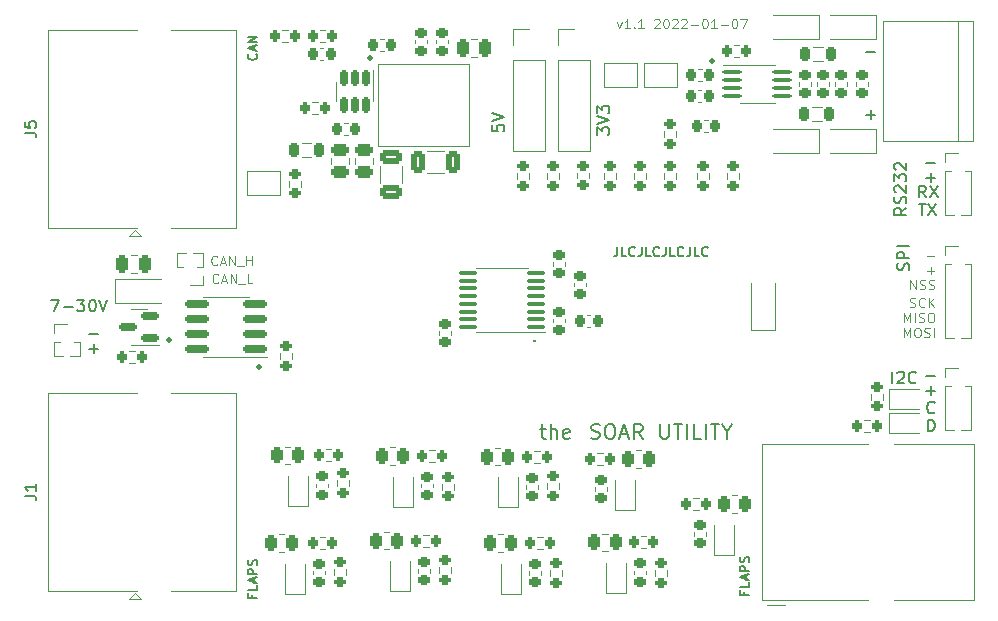
<source format=gto>
G04 #@! TF.GenerationSoftware,KiCad,Pcbnew,(6.0.0)*
G04 #@! TF.CreationDate,2022-01-07T11:58:26+01:00*
G04 #@! TF.ProjectId,soar_audio,736f6172-5f61-4756-9469-6f2e6b696361,v1.1*
G04 #@! TF.SameCoordinates,Original*
G04 #@! TF.FileFunction,Legend,Top*
G04 #@! TF.FilePolarity,Positive*
%FSLAX46Y46*%
G04 Gerber Fmt 4.6, Leading zero omitted, Abs format (unit mm)*
G04 Created by KiCad (PCBNEW (6.0.0)) date 2022-01-07 11:58:26*
%MOMM*%
%LPD*%
G01*
G04 APERTURE LIST*
G04 Aperture macros list*
%AMRoundRect*
0 Rectangle with rounded corners*
0 $1 Rounding radius*
0 $2 $3 $4 $5 $6 $7 $8 $9 X,Y pos of 4 corners*
0 Add a 4 corners polygon primitive as box body*
4,1,4,$2,$3,$4,$5,$6,$7,$8,$9,$2,$3,0*
0 Add four circle primitives for the rounded corners*
1,1,$1+$1,$2,$3*
1,1,$1+$1,$4,$5*
1,1,$1+$1,$6,$7*
1,1,$1+$1,$8,$9*
0 Add four rect primitives between the rounded corners*
20,1,$1+$1,$2,$3,$4,$5,0*
20,1,$1+$1,$4,$5,$6,$7,0*
20,1,$1+$1,$6,$7,$8,$9,0*
20,1,$1+$1,$8,$9,$2,$3,0*%
G04 Aperture macros list end*
%ADD10C,0.120000*%
%ADD11C,0.150000*%
%ADD12C,0.200000*%
%ADD13C,0.300000*%
%ADD14C,0.100000*%
%ADD15R,1.950000X3.000000*%
%ADD16R,1.500000X1.500000*%
%ADD17C,1.500000*%
%ADD18C,3.250000*%
%ADD19C,2.300000*%
%ADD20RoundRect,0.250000X-0.650000X0.325000X-0.650000X-0.325000X0.650000X-0.325000X0.650000X0.325000X0*%
%ADD21RoundRect,0.200000X-0.200000X-0.275000X0.200000X-0.275000X0.200000X0.275000X-0.200000X0.275000X0*%
%ADD22RoundRect,0.250000X-0.325000X-0.650000X0.325000X-0.650000X0.325000X0.650000X-0.325000X0.650000X0*%
%ADD23RoundRect,0.225000X0.225000X0.250000X-0.225000X0.250000X-0.225000X-0.250000X0.225000X-0.250000X0*%
%ADD24R,1.000000X1.000000*%
%ADD25O,1.000000X1.000000*%
%ADD26RoundRect,0.100000X0.675000X0.100000X-0.675000X0.100000X-0.675000X-0.100000X0.675000X-0.100000X0*%
%ADD27R,3.000000X3.000000*%
%ADD28R,1.000000X1.500000*%
%ADD29RoundRect,0.225000X0.250000X-0.225000X0.250000X0.225000X-0.250000X0.225000X-0.250000X-0.225000X0*%
%ADD30R,0.900000X1.200000*%
%ADD31RoundRect,0.225000X-0.250000X0.225000X-0.250000X-0.225000X0.250000X-0.225000X0.250000X0.225000X0*%
%ADD32RoundRect,0.200000X-0.275000X0.200000X-0.275000X-0.200000X0.275000X-0.200000X0.275000X0.200000X0*%
%ADD33RoundRect,0.150000X0.825000X0.150000X-0.825000X0.150000X-0.825000X-0.150000X0.825000X-0.150000X0*%
%ADD34RoundRect,0.250000X0.262500X0.450000X-0.262500X0.450000X-0.262500X-0.450000X0.262500X-0.450000X0*%
%ADD35R,0.450000X0.600000*%
%ADD36R,1.700000X1.700000*%
%ADD37O,1.700000X1.700000*%
%ADD38RoundRect,0.250000X-0.250000X-0.475000X0.250000X-0.475000X0.250000X0.475000X-0.250000X0.475000X0*%
%ADD39RoundRect,0.250000X-0.475000X0.250000X-0.475000X-0.250000X0.475000X-0.250000X0.475000X0.250000X0*%
%ADD40RoundRect,0.250000X-0.262500X-0.450000X0.262500X-0.450000X0.262500X0.450000X-0.262500X0.450000X0*%
%ADD41RoundRect,0.200000X0.275000X-0.200000X0.275000X0.200000X-0.275000X0.200000X-0.275000X-0.200000X0*%
%ADD42RoundRect,0.225000X-0.225000X-0.250000X0.225000X-0.250000X0.225000X0.250000X-0.225000X0.250000X0*%
%ADD43C,3.000000*%
%ADD44C,1.524000*%
%ADD45RoundRect,0.100000X-0.712500X-0.100000X0.712500X-0.100000X0.712500X0.100000X-0.712500X0.100000X0*%
%ADD46R,0.600000X0.450000*%
%ADD47RoundRect,0.218750X-0.218750X-0.381250X0.218750X-0.381250X0.218750X0.381250X-0.218750X0.381250X0*%
%ADD48RoundRect,0.200000X0.200000X0.275000X-0.200000X0.275000X-0.200000X-0.275000X0.200000X-0.275000X0*%
%ADD49RoundRect,0.250000X0.250000X0.475000X-0.250000X0.475000X-0.250000X-0.475000X0.250000X-0.475000X0*%
%ADD50RoundRect,0.150000X-0.150000X0.512500X-0.150000X-0.512500X0.150000X-0.512500X0.150000X0.512500X0*%
%ADD51RoundRect,0.150000X0.587500X0.150000X-0.587500X0.150000X-0.587500X-0.150000X0.587500X-0.150000X0*%
%ADD52R,1.200000X0.900000*%
%ADD53R,1.520000X1.520000*%
%ADD54C,1.520000*%
G04 APERTURE END LIST*
D10*
X116109904Y-88677714D02*
X116071809Y-88715809D01*
X115957523Y-88753904D01*
X115881333Y-88753904D01*
X115767047Y-88715809D01*
X115690857Y-88639619D01*
X115652761Y-88563428D01*
X115614666Y-88411047D01*
X115614666Y-88296761D01*
X115652761Y-88144380D01*
X115690857Y-88068190D01*
X115767047Y-87992000D01*
X115881333Y-87953904D01*
X115957523Y-87953904D01*
X116071809Y-87992000D01*
X116109904Y-88030095D01*
X116414666Y-88525333D02*
X116795619Y-88525333D01*
X116338476Y-88753904D02*
X116605142Y-87953904D01*
X116871809Y-88753904D01*
X117138476Y-88753904D02*
X117138476Y-87953904D01*
X117595619Y-88753904D01*
X117595619Y-87953904D01*
X117786095Y-88830095D02*
X118395619Y-88830095D01*
X118586095Y-88753904D02*
X118586095Y-87953904D01*
X118586095Y-88334857D02*
X119043238Y-88334857D01*
X119043238Y-88753904D02*
X119043238Y-87953904D01*
X174256857Y-93579904D02*
X174256857Y-92779904D01*
X174523523Y-93351333D01*
X174790190Y-92779904D01*
X174790190Y-93579904D01*
X175171142Y-93579904D02*
X175171142Y-92779904D01*
X175514000Y-93541809D02*
X175628285Y-93579904D01*
X175818761Y-93579904D01*
X175894952Y-93541809D01*
X175933047Y-93503714D01*
X175971142Y-93427523D01*
X175971142Y-93351333D01*
X175933047Y-93275142D01*
X175894952Y-93237047D01*
X175818761Y-93198952D01*
X175666380Y-93160857D01*
X175590190Y-93122761D01*
X175552095Y-93084666D01*
X175514000Y-93008476D01*
X175514000Y-92932285D01*
X175552095Y-92856095D01*
X175590190Y-92818000D01*
X175666380Y-92779904D01*
X175856857Y-92779904D01*
X175971142Y-92818000D01*
X176466380Y-92779904D02*
X176618761Y-92779904D01*
X176694952Y-92818000D01*
X176771142Y-92894190D01*
X176809238Y-93046571D01*
X176809238Y-93313238D01*
X176771142Y-93465619D01*
X176694952Y-93541809D01*
X176618761Y-93579904D01*
X176466380Y-93579904D01*
X176390190Y-93541809D01*
X176314000Y-93465619D01*
X176275904Y-93313238D01*
X176275904Y-93046571D01*
X176314000Y-92894190D01*
X176390190Y-92818000D01*
X176466380Y-92779904D01*
D11*
X171069047Y-76017428D02*
X171830952Y-76017428D01*
X171450000Y-76398380D02*
X171450000Y-75636476D01*
X176149047Y-98115428D02*
X176910952Y-98115428D01*
D12*
X147777142Y-103375952D02*
X147955714Y-103435476D01*
X148253333Y-103435476D01*
X148372380Y-103375952D01*
X148431904Y-103316428D01*
X148491428Y-103197380D01*
X148491428Y-103078333D01*
X148431904Y-102959285D01*
X148372380Y-102899761D01*
X148253333Y-102840238D01*
X148015238Y-102780714D01*
X147896190Y-102721190D01*
X147836666Y-102661666D01*
X147777142Y-102542619D01*
X147777142Y-102423571D01*
X147836666Y-102304523D01*
X147896190Y-102245000D01*
X148015238Y-102185476D01*
X148312857Y-102185476D01*
X148491428Y-102245000D01*
X149265238Y-102185476D02*
X149503333Y-102185476D01*
X149622380Y-102245000D01*
X149741428Y-102364047D01*
X149800952Y-102602142D01*
X149800952Y-103018809D01*
X149741428Y-103256904D01*
X149622380Y-103375952D01*
X149503333Y-103435476D01*
X149265238Y-103435476D01*
X149146190Y-103375952D01*
X149027142Y-103256904D01*
X148967619Y-103018809D01*
X148967619Y-102602142D01*
X149027142Y-102364047D01*
X149146190Y-102245000D01*
X149265238Y-102185476D01*
X150277142Y-103078333D02*
X150872380Y-103078333D01*
X150158095Y-103435476D02*
X150574761Y-102185476D01*
X150991428Y-103435476D01*
X152122380Y-103435476D02*
X151705714Y-102840238D01*
X151408095Y-103435476D02*
X151408095Y-102185476D01*
X151884285Y-102185476D01*
X152003333Y-102245000D01*
X152062857Y-102304523D01*
X152122380Y-102423571D01*
X152122380Y-102602142D01*
X152062857Y-102721190D01*
X152003333Y-102780714D01*
X151884285Y-102840238D01*
X151408095Y-102840238D01*
X153610476Y-102185476D02*
X153610476Y-103197380D01*
X153670000Y-103316428D01*
X153729523Y-103375952D01*
X153848571Y-103435476D01*
X154086666Y-103435476D01*
X154205714Y-103375952D01*
X154265238Y-103316428D01*
X154324761Y-103197380D01*
X154324761Y-102185476D01*
X154741428Y-102185476D02*
X155455714Y-102185476D01*
X155098571Y-103435476D02*
X155098571Y-102185476D01*
X155872380Y-103435476D02*
X155872380Y-102185476D01*
X157062857Y-103435476D02*
X156467619Y-103435476D01*
X156467619Y-102185476D01*
X157479523Y-103435476D02*
X157479523Y-102185476D01*
X157896190Y-102185476D02*
X158610476Y-102185476D01*
X158253333Y-103435476D02*
X158253333Y-102185476D01*
X159265238Y-102840238D02*
X159265238Y-103435476D01*
X158848571Y-102185476D02*
X159265238Y-102840238D01*
X159681904Y-102185476D01*
D11*
X176268095Y-102814380D02*
X176268095Y-101814380D01*
X176506190Y-101814380D01*
X176649047Y-101862000D01*
X176744285Y-101957238D01*
X176791904Y-102052476D01*
X176839523Y-102242952D01*
X176839523Y-102385809D01*
X176791904Y-102576285D01*
X176744285Y-102671523D01*
X176649047Y-102766761D01*
X176506190Y-102814380D01*
X176268095Y-102814380D01*
D13*
X129032000Y-71147714D02*
X129103428Y-71219142D01*
X129032000Y-71290571D01*
X128960571Y-71219142D01*
X129032000Y-71147714D01*
X129032000Y-71290571D01*
D12*
X143440714Y-102602142D02*
X143916904Y-102602142D01*
X143619285Y-102185476D02*
X143619285Y-103256904D01*
X143678809Y-103375952D01*
X143797857Y-103435476D01*
X143916904Y-103435476D01*
X144333571Y-103435476D02*
X144333571Y-102185476D01*
X144869285Y-103435476D02*
X144869285Y-102780714D01*
X144809761Y-102661666D01*
X144690714Y-102602142D01*
X144512142Y-102602142D01*
X144393095Y-102661666D01*
X144333571Y-102721190D01*
X145940714Y-103375952D02*
X145821666Y-103435476D01*
X145583571Y-103435476D01*
X145464523Y-103375952D01*
X145405000Y-103256904D01*
X145405000Y-102780714D01*
X145464523Y-102661666D01*
X145583571Y-102602142D01*
X145821666Y-102602142D01*
X145940714Y-102661666D01*
X146000238Y-102780714D01*
X146000238Y-102899761D01*
X145405000Y-103018809D01*
D11*
X171069047Y-70683428D02*
X171830952Y-70683428D01*
X119068857Y-116649333D02*
X119068857Y-116916000D01*
X119487904Y-116916000D02*
X118687904Y-116916000D01*
X118687904Y-116535047D01*
X119487904Y-115849333D02*
X119487904Y-116230285D01*
X118687904Y-116230285D01*
X119259333Y-115620761D02*
X119259333Y-115239809D01*
X119487904Y-115696952D02*
X118687904Y-115430285D01*
X119487904Y-115163619D01*
X119487904Y-114896952D02*
X118687904Y-114896952D01*
X118687904Y-114592190D01*
X118726000Y-114516000D01*
X118764095Y-114477904D01*
X118840285Y-114439809D01*
X118954571Y-114439809D01*
X119030761Y-114477904D01*
X119068857Y-114516000D01*
X119106952Y-114592190D01*
X119106952Y-114896952D01*
X119449809Y-114135047D02*
X119487904Y-114020761D01*
X119487904Y-113830285D01*
X119449809Y-113754095D01*
X119411714Y-113716000D01*
X119335523Y-113677904D01*
X119259333Y-113677904D01*
X119183142Y-113716000D01*
X119145047Y-113754095D01*
X119106952Y-113830285D01*
X119068857Y-113982666D01*
X119030761Y-114058857D01*
X118992666Y-114096952D01*
X118916476Y-114135047D01*
X118840285Y-114135047D01*
X118764095Y-114096952D01*
X118726000Y-114058857D01*
X118687904Y-113982666D01*
X118687904Y-113792190D01*
X118726000Y-113677904D01*
X119411714Y-70872285D02*
X119449809Y-70910380D01*
X119487904Y-71024666D01*
X119487904Y-71100857D01*
X119449809Y-71215142D01*
X119373619Y-71291333D01*
X119297428Y-71329428D01*
X119145047Y-71367523D01*
X119030761Y-71367523D01*
X118878380Y-71329428D01*
X118802190Y-71291333D01*
X118726000Y-71215142D01*
X118687904Y-71100857D01*
X118687904Y-71024666D01*
X118726000Y-70910380D01*
X118764095Y-70872285D01*
X119259333Y-70567523D02*
X119259333Y-70186571D01*
X119487904Y-70643714D02*
X118687904Y-70377047D01*
X119487904Y-70110380D01*
X119487904Y-69843714D02*
X118687904Y-69843714D01*
X119487904Y-69386571D01*
X118687904Y-69386571D01*
X176149047Y-99385428D02*
X176910952Y-99385428D01*
X176530000Y-99766380D02*
X176530000Y-99004476D01*
D12*
X149974761Y-87191904D02*
X149974761Y-87763333D01*
X149936666Y-87877619D01*
X149860476Y-87953809D01*
X149746190Y-87991904D01*
X149670000Y-87991904D01*
X150736666Y-87991904D02*
X150355714Y-87991904D01*
X150355714Y-87191904D01*
X151460476Y-87915714D02*
X151422380Y-87953809D01*
X151308095Y-87991904D01*
X151231904Y-87991904D01*
X151117619Y-87953809D01*
X151041428Y-87877619D01*
X151003333Y-87801428D01*
X150965238Y-87649047D01*
X150965238Y-87534761D01*
X151003333Y-87382380D01*
X151041428Y-87306190D01*
X151117619Y-87230000D01*
X151231904Y-87191904D01*
X151308095Y-87191904D01*
X151422380Y-87230000D01*
X151460476Y-87268095D01*
X152031904Y-87191904D02*
X152031904Y-87763333D01*
X151993809Y-87877619D01*
X151917619Y-87953809D01*
X151803333Y-87991904D01*
X151727142Y-87991904D01*
X152793809Y-87991904D02*
X152412857Y-87991904D01*
X152412857Y-87191904D01*
X153517619Y-87915714D02*
X153479523Y-87953809D01*
X153365238Y-87991904D01*
X153289047Y-87991904D01*
X153174761Y-87953809D01*
X153098571Y-87877619D01*
X153060476Y-87801428D01*
X153022380Y-87649047D01*
X153022380Y-87534761D01*
X153060476Y-87382380D01*
X153098571Y-87306190D01*
X153174761Y-87230000D01*
X153289047Y-87191904D01*
X153365238Y-87191904D01*
X153479523Y-87230000D01*
X153517619Y-87268095D01*
X154089047Y-87191904D02*
X154089047Y-87763333D01*
X154050952Y-87877619D01*
X153974761Y-87953809D01*
X153860476Y-87991904D01*
X153784285Y-87991904D01*
X154850952Y-87991904D02*
X154470000Y-87991904D01*
X154470000Y-87191904D01*
X155574761Y-87915714D02*
X155536666Y-87953809D01*
X155422380Y-87991904D01*
X155346190Y-87991904D01*
X155231904Y-87953809D01*
X155155714Y-87877619D01*
X155117619Y-87801428D01*
X155079523Y-87649047D01*
X155079523Y-87534761D01*
X155117619Y-87382380D01*
X155155714Y-87306190D01*
X155231904Y-87230000D01*
X155346190Y-87191904D01*
X155422380Y-87191904D01*
X155536666Y-87230000D01*
X155574761Y-87268095D01*
X156146190Y-87191904D02*
X156146190Y-87763333D01*
X156108095Y-87877619D01*
X156031904Y-87953809D01*
X155917619Y-87991904D01*
X155841428Y-87991904D01*
X156908095Y-87991904D02*
X156527142Y-87991904D01*
X156527142Y-87191904D01*
X157631904Y-87915714D02*
X157593809Y-87953809D01*
X157479523Y-87991904D01*
X157403333Y-87991904D01*
X157289047Y-87953809D01*
X157212857Y-87877619D01*
X157174761Y-87801428D01*
X157136666Y-87649047D01*
X157136666Y-87534761D01*
X157174761Y-87382380D01*
X157212857Y-87306190D01*
X157289047Y-87230000D01*
X157403333Y-87191904D01*
X157479523Y-87191904D01*
X157593809Y-87230000D01*
X157631904Y-87268095D01*
D11*
X160724857Y-116395333D02*
X160724857Y-116662000D01*
X161143904Y-116662000D02*
X160343904Y-116662000D01*
X160343904Y-116281047D01*
X161143904Y-115595333D02*
X161143904Y-115976285D01*
X160343904Y-115976285D01*
X160915333Y-115366761D02*
X160915333Y-114985809D01*
X161143904Y-115442952D02*
X160343904Y-115176285D01*
X161143904Y-114909619D01*
X161143904Y-114642952D02*
X160343904Y-114642952D01*
X160343904Y-114338190D01*
X160382000Y-114262000D01*
X160420095Y-114223904D01*
X160496285Y-114185809D01*
X160610571Y-114185809D01*
X160686761Y-114223904D01*
X160724857Y-114262000D01*
X160762952Y-114338190D01*
X160762952Y-114642952D01*
X161105809Y-113881047D02*
X161143904Y-113766761D01*
X161143904Y-113576285D01*
X161105809Y-113500095D01*
X161067714Y-113462000D01*
X160991523Y-113423904D01*
X160915333Y-113423904D01*
X160839142Y-113462000D01*
X160801047Y-113500095D01*
X160762952Y-113576285D01*
X160724857Y-113728666D01*
X160686761Y-113804857D01*
X160648666Y-113842952D01*
X160572476Y-113881047D01*
X160496285Y-113881047D01*
X160420095Y-113842952D01*
X160382000Y-113804857D01*
X160343904Y-113728666D01*
X160343904Y-113538190D01*
X160382000Y-113423904D01*
X176149047Y-80081428D02*
X176910952Y-80081428D01*
D10*
X174777523Y-90785904D02*
X174777523Y-89985904D01*
X175234666Y-90785904D01*
X175234666Y-89985904D01*
X175577523Y-90747809D02*
X175691809Y-90785904D01*
X175882285Y-90785904D01*
X175958476Y-90747809D01*
X175996571Y-90709714D01*
X176034666Y-90633523D01*
X176034666Y-90557333D01*
X175996571Y-90481142D01*
X175958476Y-90443047D01*
X175882285Y-90404952D01*
X175729904Y-90366857D01*
X175653714Y-90328761D01*
X175615619Y-90290666D01*
X175577523Y-90214476D01*
X175577523Y-90138285D01*
X175615619Y-90062095D01*
X175653714Y-90024000D01*
X175729904Y-89985904D01*
X175920380Y-89985904D01*
X176034666Y-90024000D01*
X176339428Y-90747809D02*
X176453714Y-90785904D01*
X176644190Y-90785904D01*
X176720380Y-90747809D01*
X176758476Y-90709714D01*
X176796571Y-90633523D01*
X176796571Y-90557333D01*
X176758476Y-90481142D01*
X176720380Y-90443047D01*
X176644190Y-90404952D01*
X176491809Y-90366857D01*
X176415619Y-90328761D01*
X176377523Y-90290666D01*
X176339428Y-90214476D01*
X176339428Y-90138285D01*
X176377523Y-90062095D01*
X176415619Y-90024000D01*
X176491809Y-89985904D01*
X176682285Y-89985904D01*
X176796571Y-90024000D01*
X174739428Y-92271809D02*
X174853714Y-92309904D01*
X175044190Y-92309904D01*
X175120380Y-92271809D01*
X175158476Y-92233714D01*
X175196571Y-92157523D01*
X175196571Y-92081333D01*
X175158476Y-92005142D01*
X175120380Y-91967047D01*
X175044190Y-91928952D01*
X174891809Y-91890857D01*
X174815619Y-91852761D01*
X174777523Y-91814666D01*
X174739428Y-91738476D01*
X174739428Y-91662285D01*
X174777523Y-91586095D01*
X174815619Y-91548000D01*
X174891809Y-91509904D01*
X175082285Y-91509904D01*
X175196571Y-91548000D01*
X175996571Y-92233714D02*
X175958476Y-92271809D01*
X175844190Y-92309904D01*
X175768000Y-92309904D01*
X175653714Y-92271809D01*
X175577523Y-92195619D01*
X175539428Y-92119428D01*
X175501333Y-91967047D01*
X175501333Y-91852761D01*
X175539428Y-91700380D01*
X175577523Y-91624190D01*
X175653714Y-91548000D01*
X175768000Y-91509904D01*
X175844190Y-91509904D01*
X175958476Y-91548000D01*
X175996571Y-91586095D01*
X176339428Y-92309904D02*
X176339428Y-91509904D01*
X176796571Y-92309904D02*
X176453714Y-91852761D01*
X176796571Y-91509904D02*
X176339428Y-91967047D01*
D11*
X105283047Y-94559428D02*
X106044952Y-94559428D01*
D10*
X116205142Y-90201714D02*
X116167047Y-90239809D01*
X116052761Y-90277904D01*
X115976571Y-90277904D01*
X115862285Y-90239809D01*
X115786095Y-90163619D01*
X115748000Y-90087428D01*
X115709904Y-89935047D01*
X115709904Y-89820761D01*
X115748000Y-89668380D01*
X115786095Y-89592190D01*
X115862285Y-89516000D01*
X115976571Y-89477904D01*
X116052761Y-89477904D01*
X116167047Y-89516000D01*
X116205142Y-89554095D01*
X116509904Y-90049333D02*
X116890857Y-90049333D01*
X116433714Y-90277904D02*
X116700380Y-89477904D01*
X116967047Y-90277904D01*
X117233714Y-90277904D02*
X117233714Y-89477904D01*
X117690857Y-90277904D01*
X117690857Y-89477904D01*
X117881333Y-90354095D02*
X118490857Y-90354095D01*
X119062285Y-90277904D02*
X118681333Y-90277904D01*
X118681333Y-89477904D01*
D11*
X176839523Y-101195142D02*
X176791904Y-101242761D01*
X176649047Y-101290380D01*
X176553809Y-101290380D01*
X176410952Y-101242761D01*
X176315714Y-101147523D01*
X176268095Y-101052285D01*
X176220476Y-100861809D01*
X176220476Y-100718952D01*
X176268095Y-100528476D01*
X176315714Y-100433238D01*
X176410952Y-100338000D01*
X176553809Y-100290380D01*
X176649047Y-100290380D01*
X176791904Y-100338000D01*
X176839523Y-100385619D01*
D10*
X174256857Y-94849904D02*
X174256857Y-94049904D01*
X174523523Y-94621333D01*
X174790190Y-94049904D01*
X174790190Y-94849904D01*
X175323523Y-94049904D02*
X175475904Y-94049904D01*
X175552095Y-94088000D01*
X175628285Y-94164190D01*
X175666380Y-94316571D01*
X175666380Y-94583238D01*
X175628285Y-94735619D01*
X175552095Y-94811809D01*
X175475904Y-94849904D01*
X175323523Y-94849904D01*
X175247333Y-94811809D01*
X175171142Y-94735619D01*
X175133047Y-94583238D01*
X175133047Y-94316571D01*
X175171142Y-94164190D01*
X175247333Y-94088000D01*
X175323523Y-94049904D01*
X175971142Y-94811809D02*
X176085428Y-94849904D01*
X176275904Y-94849904D01*
X176352095Y-94811809D01*
X176390190Y-94773714D01*
X176428285Y-94697523D01*
X176428285Y-94621333D01*
X176390190Y-94545142D01*
X176352095Y-94507047D01*
X176275904Y-94468952D01*
X176123523Y-94430857D01*
X176047333Y-94392761D01*
X176009238Y-94354666D01*
X175971142Y-94278476D01*
X175971142Y-94202285D01*
X176009238Y-94126095D01*
X176047333Y-94088000D01*
X176123523Y-94049904D01*
X176314000Y-94049904D01*
X176428285Y-94088000D01*
X176771142Y-94849904D02*
X176771142Y-94049904D01*
D11*
X148296380Y-77692095D02*
X148296380Y-77073047D01*
X148677333Y-77406380D01*
X148677333Y-77263523D01*
X148724952Y-77168285D01*
X148772571Y-77120666D01*
X148867809Y-77073047D01*
X149105904Y-77073047D01*
X149201142Y-77120666D01*
X149248761Y-77168285D01*
X149296380Y-77263523D01*
X149296380Y-77549238D01*
X149248761Y-77644476D01*
X149201142Y-77692095D01*
X148296380Y-76787333D02*
X149296380Y-76454000D01*
X148296380Y-76120666D01*
X148296380Y-75882571D02*
X148296380Y-75263523D01*
X148677333Y-75596857D01*
X148677333Y-75454000D01*
X148724952Y-75358761D01*
X148772571Y-75311142D01*
X148867809Y-75263523D01*
X149105904Y-75263523D01*
X149201142Y-75311142D01*
X149248761Y-75358761D01*
X149296380Y-75454000D01*
X149296380Y-75739714D01*
X149248761Y-75834952D01*
X149201142Y-75882571D01*
D13*
X157988000Y-71401714D02*
X158059428Y-71473142D01*
X157988000Y-71544571D01*
X157916571Y-71473142D01*
X157988000Y-71401714D01*
X157988000Y-71544571D01*
D11*
X174442380Y-83891238D02*
X173966190Y-84224571D01*
X174442380Y-84462666D02*
X173442380Y-84462666D01*
X173442380Y-84081714D01*
X173490000Y-83986476D01*
X173537619Y-83938857D01*
X173632857Y-83891238D01*
X173775714Y-83891238D01*
X173870952Y-83938857D01*
X173918571Y-83986476D01*
X173966190Y-84081714D01*
X173966190Y-84462666D01*
X174394761Y-83510285D02*
X174442380Y-83367428D01*
X174442380Y-83129333D01*
X174394761Y-83034095D01*
X174347142Y-82986476D01*
X174251904Y-82938857D01*
X174156666Y-82938857D01*
X174061428Y-82986476D01*
X174013809Y-83034095D01*
X173966190Y-83129333D01*
X173918571Y-83319809D01*
X173870952Y-83415047D01*
X173823333Y-83462666D01*
X173728095Y-83510285D01*
X173632857Y-83510285D01*
X173537619Y-83462666D01*
X173490000Y-83415047D01*
X173442380Y-83319809D01*
X173442380Y-83081714D01*
X173490000Y-82938857D01*
X173537619Y-82557904D02*
X173490000Y-82510285D01*
X173442380Y-82415047D01*
X173442380Y-82176952D01*
X173490000Y-82081714D01*
X173537619Y-82034095D01*
X173632857Y-81986476D01*
X173728095Y-81986476D01*
X173870952Y-82034095D01*
X174442380Y-82605523D01*
X174442380Y-81986476D01*
X173442380Y-81653142D02*
X173442380Y-81034095D01*
X173823333Y-81367428D01*
X173823333Y-81224571D01*
X173870952Y-81129333D01*
X173918571Y-81081714D01*
X174013809Y-81034095D01*
X174251904Y-81034095D01*
X174347142Y-81081714D01*
X174394761Y-81129333D01*
X174442380Y-81224571D01*
X174442380Y-81510285D01*
X174394761Y-81605523D01*
X174347142Y-81653142D01*
X173537619Y-80653142D02*
X173490000Y-80605523D01*
X173442380Y-80510285D01*
X173442380Y-80272190D01*
X173490000Y-80176952D01*
X173537619Y-80129333D01*
X173632857Y-80081714D01*
X173728095Y-80081714D01*
X173870952Y-80129333D01*
X174442380Y-80700761D01*
X174442380Y-80081714D01*
X105283047Y-95829428D02*
X106044952Y-95829428D01*
X105664000Y-96210380D02*
X105664000Y-95448476D01*
D10*
X176225238Y-89211142D02*
X176834761Y-89211142D01*
X176530000Y-89515904D02*
X176530000Y-88906380D01*
X176225238Y-87941142D02*
X176834761Y-87941142D01*
D11*
X102060666Y-91654380D02*
X102727333Y-91654380D01*
X102298761Y-92654380D01*
X103108285Y-92273428D02*
X103870190Y-92273428D01*
X104251142Y-91654380D02*
X104870190Y-91654380D01*
X104536857Y-92035333D01*
X104679714Y-92035333D01*
X104774952Y-92082952D01*
X104822571Y-92130571D01*
X104870190Y-92225809D01*
X104870190Y-92463904D01*
X104822571Y-92559142D01*
X104774952Y-92606761D01*
X104679714Y-92654380D01*
X104394000Y-92654380D01*
X104298761Y-92606761D01*
X104251142Y-92559142D01*
X105489238Y-91654380D02*
X105584476Y-91654380D01*
X105679714Y-91702000D01*
X105727333Y-91749619D01*
X105774952Y-91844857D01*
X105822571Y-92035333D01*
X105822571Y-92273428D01*
X105774952Y-92463904D01*
X105727333Y-92559142D01*
X105679714Y-92606761D01*
X105584476Y-92654380D01*
X105489238Y-92654380D01*
X105394000Y-92606761D01*
X105346380Y-92559142D01*
X105298761Y-92463904D01*
X105251142Y-92273428D01*
X105251142Y-92035333D01*
X105298761Y-91844857D01*
X105346380Y-91749619D01*
X105394000Y-91702000D01*
X105489238Y-91654380D01*
X106108285Y-91654380D02*
X106441619Y-92654380D01*
X106774952Y-91654380D01*
X173267809Y-98750380D02*
X173267809Y-97750380D01*
X173696380Y-97845619D02*
X173744000Y-97798000D01*
X173839238Y-97750380D01*
X174077333Y-97750380D01*
X174172571Y-97798000D01*
X174220190Y-97845619D01*
X174267809Y-97940857D01*
X174267809Y-98036095D01*
X174220190Y-98178952D01*
X173648761Y-98750380D01*
X174267809Y-98750380D01*
X175267809Y-98655142D02*
X175220190Y-98702761D01*
X175077333Y-98750380D01*
X174982095Y-98750380D01*
X174839238Y-98702761D01*
X174744000Y-98607523D01*
X174696380Y-98512285D01*
X174648761Y-98321809D01*
X174648761Y-98178952D01*
X174696380Y-97988476D01*
X174744000Y-97893238D01*
X174839238Y-97798000D01*
X174982095Y-97750380D01*
X175077333Y-97750380D01*
X175220190Y-97798000D01*
X175267809Y-97845619D01*
D13*
X119634000Y-97309714D02*
X119705428Y-97381142D01*
X119634000Y-97452571D01*
X119562571Y-97381142D01*
X119634000Y-97309714D01*
X119634000Y-97452571D01*
D11*
X143002000Y-95099142D02*
X143049619Y-95146761D01*
X143002000Y-95194380D01*
X142954380Y-95146761D01*
X143002000Y-95099142D01*
X143002000Y-95194380D01*
X139406380Y-76898476D02*
X139406380Y-77374666D01*
X139882571Y-77422285D01*
X139834952Y-77374666D01*
X139787333Y-77279428D01*
X139787333Y-77041333D01*
X139834952Y-76946095D01*
X139882571Y-76898476D01*
X139977809Y-76850857D01*
X140215904Y-76850857D01*
X140311142Y-76898476D01*
X140358761Y-76946095D01*
X140406380Y-77041333D01*
X140406380Y-77279428D01*
X140358761Y-77374666D01*
X140311142Y-77422285D01*
X139406380Y-76565142D02*
X140406380Y-76231809D01*
X139406380Y-75898476D01*
X175514095Y-83526380D02*
X176085523Y-83526380D01*
X175799809Y-84526380D02*
X175799809Y-83526380D01*
X176323619Y-83526380D02*
X176990285Y-84526380D01*
X176990285Y-83526380D02*
X176323619Y-84526380D01*
X174648761Y-89161809D02*
X174696380Y-89018952D01*
X174696380Y-88780857D01*
X174648761Y-88685619D01*
X174601142Y-88638000D01*
X174505904Y-88590380D01*
X174410666Y-88590380D01*
X174315428Y-88638000D01*
X174267809Y-88685619D01*
X174220190Y-88780857D01*
X174172571Y-88971333D01*
X174124952Y-89066571D01*
X174077333Y-89114190D01*
X173982095Y-89161809D01*
X173886857Y-89161809D01*
X173791619Y-89114190D01*
X173744000Y-89066571D01*
X173696380Y-88971333D01*
X173696380Y-88733238D01*
X173744000Y-88590380D01*
X174696380Y-88161809D02*
X173696380Y-88161809D01*
X173696380Y-87780857D01*
X173744000Y-87685619D01*
X173791619Y-87638000D01*
X173886857Y-87590380D01*
X174029714Y-87590380D01*
X174124952Y-87638000D01*
X174172571Y-87685619D01*
X174220190Y-87780857D01*
X174220190Y-88161809D01*
X174696380Y-87161809D02*
X173696380Y-87161809D01*
X176109333Y-83002380D02*
X175776000Y-82526190D01*
X175537904Y-83002380D02*
X175537904Y-82002380D01*
X175918857Y-82002380D01*
X176014095Y-82050000D01*
X176061714Y-82097619D01*
X176109333Y-82192857D01*
X176109333Y-82335714D01*
X176061714Y-82430952D01*
X176014095Y-82478571D01*
X175918857Y-82526190D01*
X175537904Y-82526190D01*
X176442666Y-82002380D02*
X177109333Y-83002380D01*
X177109333Y-82002380D02*
X176442666Y-83002380D01*
X176149047Y-81351428D02*
X176910952Y-81351428D01*
X176530000Y-81732380D02*
X176530000Y-80970476D01*
D14*
X149962285Y-68154571D02*
X150152761Y-68687904D01*
X150343238Y-68154571D01*
X151067047Y-68687904D02*
X150609904Y-68687904D01*
X150838476Y-68687904D02*
X150838476Y-67887904D01*
X150762285Y-68002190D01*
X150686095Y-68078380D01*
X150609904Y-68116476D01*
X151409904Y-68611714D02*
X151448000Y-68649809D01*
X151409904Y-68687904D01*
X151371809Y-68649809D01*
X151409904Y-68611714D01*
X151409904Y-68687904D01*
X152209904Y-68687904D02*
X151752761Y-68687904D01*
X151981333Y-68687904D02*
X151981333Y-67887904D01*
X151905142Y-68002190D01*
X151828952Y-68078380D01*
X151752761Y-68116476D01*
X153124190Y-67964095D02*
X153162285Y-67926000D01*
X153238476Y-67887904D01*
X153428952Y-67887904D01*
X153505142Y-67926000D01*
X153543238Y-67964095D01*
X153581333Y-68040285D01*
X153581333Y-68116476D01*
X153543238Y-68230761D01*
X153086095Y-68687904D01*
X153581333Y-68687904D01*
X154076571Y-67887904D02*
X154152761Y-67887904D01*
X154228952Y-67926000D01*
X154267047Y-67964095D01*
X154305142Y-68040285D01*
X154343238Y-68192666D01*
X154343238Y-68383142D01*
X154305142Y-68535523D01*
X154267047Y-68611714D01*
X154228952Y-68649809D01*
X154152761Y-68687904D01*
X154076571Y-68687904D01*
X154000380Y-68649809D01*
X153962285Y-68611714D01*
X153924190Y-68535523D01*
X153886095Y-68383142D01*
X153886095Y-68192666D01*
X153924190Y-68040285D01*
X153962285Y-67964095D01*
X154000380Y-67926000D01*
X154076571Y-67887904D01*
X154648000Y-67964095D02*
X154686095Y-67926000D01*
X154762285Y-67887904D01*
X154952761Y-67887904D01*
X155028952Y-67926000D01*
X155067047Y-67964095D01*
X155105142Y-68040285D01*
X155105142Y-68116476D01*
X155067047Y-68230761D01*
X154609904Y-68687904D01*
X155105142Y-68687904D01*
X155409904Y-67964095D02*
X155448000Y-67926000D01*
X155524190Y-67887904D01*
X155714666Y-67887904D01*
X155790857Y-67926000D01*
X155828952Y-67964095D01*
X155867047Y-68040285D01*
X155867047Y-68116476D01*
X155828952Y-68230761D01*
X155371809Y-68687904D01*
X155867047Y-68687904D01*
X156209904Y-68383142D02*
X156819428Y-68383142D01*
X157352761Y-67887904D02*
X157428952Y-67887904D01*
X157505142Y-67926000D01*
X157543238Y-67964095D01*
X157581333Y-68040285D01*
X157619428Y-68192666D01*
X157619428Y-68383142D01*
X157581333Y-68535523D01*
X157543238Y-68611714D01*
X157505142Y-68649809D01*
X157428952Y-68687904D01*
X157352761Y-68687904D01*
X157276571Y-68649809D01*
X157238476Y-68611714D01*
X157200380Y-68535523D01*
X157162285Y-68383142D01*
X157162285Y-68192666D01*
X157200380Y-68040285D01*
X157238476Y-67964095D01*
X157276571Y-67926000D01*
X157352761Y-67887904D01*
X158381333Y-68687904D02*
X157924190Y-68687904D01*
X158152761Y-68687904D02*
X158152761Y-67887904D01*
X158076571Y-68002190D01*
X158000380Y-68078380D01*
X157924190Y-68116476D01*
X158724190Y-68383142D02*
X159333714Y-68383142D01*
X159867047Y-67887904D02*
X159943238Y-67887904D01*
X160019428Y-67926000D01*
X160057523Y-67964095D01*
X160095619Y-68040285D01*
X160133714Y-68192666D01*
X160133714Y-68383142D01*
X160095619Y-68535523D01*
X160057523Y-68611714D01*
X160019428Y-68649809D01*
X159943238Y-68687904D01*
X159867047Y-68687904D01*
X159790857Y-68649809D01*
X159752761Y-68611714D01*
X159714666Y-68535523D01*
X159676571Y-68383142D01*
X159676571Y-68192666D01*
X159714666Y-68040285D01*
X159752761Y-67964095D01*
X159790857Y-67926000D01*
X159867047Y-67887904D01*
X160400380Y-67887904D02*
X160933714Y-67887904D01*
X160590857Y-68687904D01*
D13*
X112014000Y-95023714D02*
X112085428Y-95095142D01*
X112014000Y-95166571D01*
X111942571Y-95095142D01*
X112014000Y-95023714D01*
X112014000Y-95166571D01*
D11*
X99805380Y-77549333D02*
X100519666Y-77549333D01*
X100662523Y-77596952D01*
X100757761Y-77692190D01*
X100805380Y-77835047D01*
X100805380Y-77930285D01*
X99805380Y-76596952D02*
X99805380Y-77073142D01*
X100281571Y-77120761D01*
X100233952Y-77073142D01*
X100186333Y-76977904D01*
X100186333Y-76739809D01*
X100233952Y-76644571D01*
X100281571Y-76596952D01*
X100376809Y-76549333D01*
X100614904Y-76549333D01*
X100710142Y-76596952D01*
X100757761Y-76644571D01*
X100805380Y-76739809D01*
X100805380Y-76977904D01*
X100757761Y-77073142D01*
X100710142Y-77120761D01*
X99805380Y-108283333D02*
X100519666Y-108283333D01*
X100662523Y-108330952D01*
X100757761Y-108426190D01*
X100805380Y-108569047D01*
X100805380Y-108664285D01*
X100805380Y-107283333D02*
X100805380Y-107854761D01*
X100805380Y-107569047D02*
X99805380Y-107569047D01*
X99948238Y-107664285D01*
X100043476Y-107759523D01*
X100091095Y-107854761D01*
D10*
X137454000Y-71734000D02*
X137454000Y-78634000D01*
X129754000Y-71734000D02*
X129754000Y-78634000D01*
X129754000Y-71734000D02*
X137454000Y-71734000D01*
X130879000Y-71734000D02*
X130879000Y-71734000D01*
X137454000Y-78634000D02*
X129754000Y-78634000D01*
X101743000Y-85536000D02*
X101743000Y-68896000D01*
X101743000Y-85581000D02*
X109353000Y-85581000D01*
X101743000Y-68851000D02*
X109353000Y-68851000D01*
X117713000Y-85536000D02*
X117713000Y-68851000D01*
X117713000Y-85581000D02*
X112153000Y-85581000D01*
X117713000Y-68851000D02*
X112153000Y-68851000D01*
X109153000Y-85776000D02*
X109653000Y-86276000D01*
X109653000Y-86276000D02*
X108653000Y-86276000D01*
X108653000Y-86276000D02*
X109153000Y-85776000D01*
X101743000Y-116270000D02*
X101743000Y-99630000D01*
X101743000Y-116315000D02*
X109353000Y-116315000D01*
X101743000Y-99585000D02*
X109353000Y-99585000D01*
X117713000Y-116270000D02*
X117713000Y-99585000D01*
X117713000Y-116315000D02*
X112153000Y-116315000D01*
X117713000Y-99585000D02*
X112153000Y-99585000D01*
X109153000Y-116510000D02*
X109653000Y-117010000D01*
X109653000Y-117010000D02*
X108653000Y-117010000D01*
X108653000Y-117010000D02*
X109153000Y-116510000D01*
X131720000Y-80363748D02*
X131720000Y-81786252D01*
X129900000Y-80363748D02*
X129900000Y-81786252D01*
X124159742Y-74915500D02*
X124634258Y-74915500D01*
X124159742Y-75960500D02*
X124634258Y-75960500D01*
X133859748Y-79100000D02*
X135282252Y-79100000D01*
X133859748Y-80920000D02*
X135282252Y-80920000D01*
X125095580Y-71376000D02*
X124814420Y-71376000D01*
X125095580Y-70356000D02*
X124814420Y-70356000D01*
X103685530Y-96453000D02*
X104488000Y-96453000D01*
X102268000Y-96453000D02*
X103070470Y-96453000D01*
X103941471Y-95248000D02*
X104488000Y-95248000D01*
X102268000Y-94488000D02*
X102268000Y-93728000D01*
X102268000Y-93728000D02*
X103378000Y-93728000D01*
X102268000Y-95248000D02*
X102268000Y-96453000D01*
X102268000Y-95248000D02*
X102814529Y-95248000D01*
X104488000Y-95248000D02*
X104488000Y-96453000D01*
X140208000Y-94429000D02*
X143858000Y-94429000D01*
X140208000Y-88959000D02*
X142408000Y-88959000D01*
X140208000Y-88959000D02*
X138008000Y-88959000D01*
X140208000Y-94429000D02*
X138008000Y-94429000D01*
X155070000Y-71644000D02*
X155070000Y-73644000D01*
X152270000Y-73644000D02*
X152270000Y-71644000D01*
X152270000Y-71644000D02*
X155070000Y-71644000D01*
X155070000Y-73644000D02*
X152270000Y-73644000D01*
X142492000Y-114961580D02*
X142492000Y-114680420D01*
X143512000Y-114961580D02*
X143512000Y-114680420D01*
X167096000Y-69580000D02*
X163196000Y-69580000D01*
X167096000Y-67580000D02*
X163196000Y-67580000D01*
X167096000Y-69580000D02*
X167096000Y-67580000D01*
X171198000Y-73265420D02*
X171198000Y-73546580D01*
X170178000Y-73265420D02*
X170178000Y-73546580D01*
X122442500Y-96219742D02*
X122442500Y-96694258D01*
X121397500Y-96219742D02*
X121397500Y-96694258D01*
X132840000Y-69977580D02*
X132840000Y-69696420D01*
X133860000Y-69977580D02*
X133860000Y-69696420D01*
X116840000Y-91420000D02*
X114890000Y-91420000D01*
X116840000Y-96540000D02*
X114890000Y-96540000D01*
X116840000Y-91420000D02*
X118790000Y-91420000D01*
X116840000Y-96540000D02*
X120290000Y-96540000D01*
X124458000Y-107532580D02*
X124458000Y-107251420D01*
X125478000Y-107532580D02*
X125478000Y-107251420D01*
X145048500Y-107204742D02*
X145048500Y-107679258D01*
X144003500Y-107204742D02*
X144003500Y-107679258D01*
X151971742Y-112727500D02*
X152446258Y-112727500D01*
X151971742Y-111682500D02*
X152446258Y-111682500D01*
X152015564Y-105891000D02*
X151561436Y-105891000D01*
X152015564Y-104421000D02*
X151561436Y-104421000D01*
X123786000Y-109133000D02*
X123786000Y-106583000D01*
X122086000Y-109133000D02*
X123786000Y-109133000D01*
X122086000Y-109133000D02*
X122086000Y-106583000D01*
X144974000Y-70114000D02*
X144974000Y-68784000D01*
X144974000Y-71384000D02*
X147634000Y-71384000D01*
X144974000Y-71384000D02*
X144974000Y-79064000D01*
X144974000Y-68784000D02*
X146304000Y-68784000D01*
X147634000Y-71384000D02*
X147634000Y-79064000D01*
X144974000Y-79064000D02*
X147634000Y-79064000D01*
X108770748Y-89381000D02*
X109293252Y-89381000D01*
X108770748Y-87911000D02*
X109293252Y-87911000D01*
X140120000Y-116562000D02*
X140120000Y-114012000D01*
X140120000Y-116562000D02*
X141820000Y-116562000D01*
X141820000Y-116562000D02*
X141820000Y-114012000D01*
X130188580Y-70614000D02*
X129907420Y-70614000D01*
X130188580Y-69594000D02*
X129907420Y-69594000D01*
X127227000Y-79682748D02*
X127227000Y-80205252D01*
X125757000Y-79682748D02*
X125757000Y-80205252D01*
X145544000Y-88518420D02*
X145544000Y-88799580D01*
X144524000Y-88518420D02*
X144524000Y-88799580D01*
X121843436Y-104104000D02*
X122297564Y-104104000D01*
X121843436Y-105574000D02*
X122297564Y-105574000D01*
X157748500Y-81454258D02*
X157748500Y-80979742D01*
X156703500Y-81454258D02*
X156703500Y-80979742D01*
X158154000Y-113260000D02*
X159854000Y-113260000D01*
X159854000Y-113260000D02*
X159854000Y-110710000D01*
X158154000Y-113260000D02*
X158154000Y-110710000D01*
X135638000Y-69696420D02*
X135638000Y-69977580D01*
X134618000Y-69696420D02*
X134618000Y-69977580D01*
X121400000Y-80788000D02*
X121400000Y-82788000D01*
X118600000Y-80788000D02*
X121400000Y-80788000D01*
X118600000Y-82788000D02*
X118600000Y-80788000D01*
X121400000Y-82788000D02*
X118600000Y-82788000D01*
X142955742Y-104442500D02*
X143430258Y-104442500D01*
X142955742Y-105487500D02*
X143430258Y-105487500D01*
X153147500Y-114570742D02*
X153147500Y-115045258D01*
X154192500Y-114570742D02*
X154192500Y-115045258D01*
X147701580Y-92962000D02*
X147420420Y-92962000D01*
X147701580Y-93982000D02*
X147420420Y-93982000D01*
X112682000Y-88902000D02*
X112682000Y-87697000D01*
X114902000Y-88902000D02*
X114902000Y-87697000D01*
X114902000Y-89662000D02*
X114902000Y-90422000D01*
X113228529Y-88902000D02*
X112682000Y-88902000D01*
X114902000Y-88902000D02*
X114355471Y-88902000D01*
X114902000Y-90422000D02*
X113792000Y-90422000D01*
X114902000Y-87697000D02*
X114099530Y-87697000D01*
X113484470Y-87697000D02*
X112682000Y-87697000D01*
X135904500Y-114316742D02*
X135904500Y-114791258D01*
X134859500Y-114316742D02*
X134859500Y-114791258D01*
X160143564Y-108231000D02*
X159689436Y-108231000D01*
X160143564Y-109701000D02*
X159689436Y-109701000D01*
X126872420Y-76706000D02*
X127153580Y-76706000D01*
X126872420Y-77726000D02*
X127153580Y-77726000D01*
X177706000Y-79250000D02*
X178816000Y-79250000D01*
X179123530Y-84515000D02*
X179926000Y-84515000D01*
X177706000Y-80010000D02*
X177706000Y-79250000D01*
X177706000Y-80770000D02*
X177706000Y-84515000D01*
X179379471Y-80770000D02*
X179926000Y-80770000D01*
X177706000Y-80770000D02*
X178252529Y-80770000D01*
X177706000Y-84515000D02*
X178508470Y-84515000D01*
X179926000Y-80770000D02*
X179926000Y-84515000D01*
X147588500Y-80916742D02*
X147588500Y-81391258D01*
X146543500Y-80916742D02*
X146543500Y-81391258D01*
X172466000Y-68072000D02*
X172466000Y-78232000D01*
X180086000Y-78232000D02*
X180086000Y-68072000D01*
X180086000Y-68072000D02*
X172466000Y-68072000D01*
X178816000Y-68072000D02*
X178816000Y-78232000D01*
X172466000Y-78232000D02*
X180086000Y-78232000D01*
X134065742Y-104379500D02*
X134540258Y-104379500D01*
X134065742Y-105424500D02*
X134540258Y-105424500D01*
X157482000Y-111646580D02*
X157482000Y-111365420D01*
X156462000Y-111646580D02*
X156462000Y-111365420D01*
X149100000Y-107849580D02*
X149100000Y-107568420D01*
X148080000Y-107849580D02*
X148080000Y-107568420D01*
X145048500Y-80979742D02*
X145048500Y-81454258D01*
X144003500Y-80979742D02*
X144003500Y-81454258D01*
X161844500Y-75016000D02*
X160344500Y-75016000D01*
X161844500Y-75016000D02*
X163344500Y-75016000D01*
X161844500Y-71796000D02*
X158919500Y-71796000D01*
X161844500Y-71796000D02*
X163344500Y-71796000D01*
X172998000Y-102958000D02*
X175548000Y-102958000D01*
X172998000Y-101258000D02*
X175548000Y-101258000D01*
X172998000Y-101258000D02*
X172998000Y-102958000D01*
X157112580Y-72134000D02*
X156831420Y-72134000D01*
X157112580Y-73154000D02*
X156831420Y-73154000D01*
X148289742Y-105678500D02*
X148764258Y-105678500D01*
X148289742Y-104633500D02*
X148764258Y-104633500D01*
X125969500Y-114507742D02*
X125969500Y-114982258D01*
X127014500Y-114507742D02*
X127014500Y-114982258D01*
X159243500Y-80979742D02*
X159243500Y-81454258D01*
X160288500Y-80979742D02*
X160288500Y-81454258D01*
X141164000Y-79064000D02*
X143824000Y-79064000D01*
X141164000Y-70114000D02*
X141164000Y-68784000D01*
X141164000Y-71384000D02*
X143824000Y-71384000D01*
X143824000Y-71384000D02*
X143824000Y-79064000D01*
X141164000Y-68784000D02*
X142494000Y-68784000D01*
X141164000Y-71384000D02*
X141164000Y-79064000D01*
X154954500Y-77898258D02*
X154954500Y-77423742D01*
X153909500Y-77898258D02*
X153909500Y-77423742D01*
X171922000Y-79232000D02*
X171922000Y-77232000D01*
X171922000Y-77232000D02*
X168022000Y-77232000D01*
X171922000Y-79232000D02*
X168022000Y-79232000D01*
X129259000Y-79682748D02*
X129259000Y-80205252D01*
X127789000Y-79682748D02*
X127789000Y-80205252D01*
X166571378Y-70306000D02*
X167370622Y-70306000D01*
X166571378Y-71426000D02*
X167370622Y-71426000D01*
X125242258Y-69864500D02*
X124767742Y-69864500D01*
X125242258Y-68819500D02*
X124767742Y-68819500D01*
X140331564Y-113003000D02*
X139877436Y-113003000D01*
X140331564Y-111533000D02*
X139877436Y-111533000D01*
X156818420Y-73912000D02*
X157099580Y-73912000D01*
X156818420Y-74932000D02*
X157099580Y-74932000D01*
X172480500Y-100122258D02*
X172480500Y-99647742D01*
X171435500Y-100122258D02*
X171435500Y-99647742D01*
X151656000Y-71644000D02*
X151656000Y-73644000D01*
X148856000Y-71644000D02*
X151656000Y-71644000D01*
X148856000Y-73644000D02*
X148856000Y-71644000D01*
X151656000Y-73644000D02*
X148856000Y-73644000D01*
X149010000Y-116499000D02*
X150710000Y-116499000D01*
X149010000Y-116499000D02*
X149010000Y-113949000D01*
X150710000Y-116499000D02*
X150710000Y-113949000D01*
X124793742Y-111745500D02*
X125268258Y-111745500D01*
X124793742Y-112790500D02*
X125268258Y-112790500D01*
X141463500Y-80979742D02*
X141463500Y-81454258D01*
X142508500Y-80979742D02*
X142508500Y-81454258D01*
X134114000Y-114770580D02*
X134114000Y-114489420D01*
X133094000Y-114770580D02*
X133094000Y-114489420D01*
X139623436Y-105700000D02*
X140077564Y-105700000D01*
X139623436Y-104230000D02*
X140077564Y-104230000D01*
X151369500Y-80979742D02*
X151369500Y-81454258D01*
X152414500Y-80979742D02*
X152414500Y-81454258D01*
X143209742Y-111745500D02*
X143684258Y-111745500D01*
X143209742Y-112790500D02*
X143684258Y-112790500D01*
X109140258Y-95997500D02*
X108665742Y-95997500D01*
X109140258Y-97042500D02*
X108665742Y-97042500D01*
X144524000Y-93318420D02*
X144524000Y-93599580D01*
X145544000Y-93318420D02*
X145544000Y-93599580D01*
X132676000Y-109196000D02*
X132676000Y-106646000D01*
X130976000Y-109196000D02*
X132676000Y-109196000D01*
X130976000Y-109196000D02*
X130976000Y-106646000D01*
X135892000Y-94360420D02*
X135892000Y-94641580D01*
X134872000Y-94360420D02*
X134872000Y-94641580D01*
X160303758Y-71134500D02*
X159829242Y-71134500D01*
X160303758Y-70089500D02*
X159829242Y-70089500D01*
X149772000Y-109450000D02*
X149772000Y-106900000D01*
X149772000Y-109450000D02*
X151472000Y-109450000D01*
X151472000Y-109450000D02*
X151472000Y-106900000D01*
X107478000Y-91932000D02*
X111378000Y-91932000D01*
X107478000Y-89932000D02*
X107478000Y-91932000D01*
X107478000Y-89932000D02*
X111378000Y-89932000D01*
X179123530Y-102681000D02*
X179926000Y-102681000D01*
X177706000Y-97416000D02*
X178816000Y-97416000D01*
X177706000Y-98936000D02*
X178252529Y-98936000D01*
X179379471Y-98936000D02*
X179926000Y-98936000D01*
X179926000Y-98936000D02*
X179926000Y-102681000D01*
X177706000Y-98936000D02*
X177706000Y-102681000D01*
X177706000Y-98176000D02*
X177706000Y-97416000D01*
X177706000Y-102681000D02*
X178508470Y-102681000D01*
X166418500Y-73559580D02*
X166418500Y-73278420D01*
X165398500Y-73559580D02*
X165398500Y-73278420D01*
X138117252Y-71093000D02*
X137594748Y-71093000D01*
X138117252Y-69623000D02*
X137594748Y-69623000D01*
X125224000Y-114935580D02*
X125224000Y-114654420D01*
X124204000Y-114935580D02*
X124204000Y-114654420D01*
X154954500Y-80979742D02*
X154954500Y-81454258D01*
X153909500Y-80979742D02*
X153909500Y-81454258D01*
X121832000Y-116562000D02*
X123532000Y-116562000D01*
X121832000Y-116562000D02*
X121832000Y-114012000D01*
X123532000Y-116562000D02*
X123532000Y-114012000D01*
X146302000Y-90270420D02*
X146302000Y-90551580D01*
X147322000Y-90270420D02*
X147322000Y-90551580D01*
X148829500Y-80979742D02*
X148829500Y-81454258D01*
X149874500Y-80979742D02*
X149874500Y-81454258D01*
X123251878Y-79554000D02*
X124051122Y-79554000D01*
X123251878Y-78434000D02*
X124051122Y-78434000D01*
X168446500Y-73559580D02*
X168446500Y-73278420D01*
X169466500Y-73559580D02*
X169466500Y-73278420D01*
X126202000Y-74046500D02*
X126202000Y-73246500D01*
X129322000Y-74046500D02*
X129322000Y-74846500D01*
X126202000Y-74046500D02*
X126202000Y-74846500D01*
X129322000Y-74046500D02*
X129322000Y-72246500D01*
X130733436Y-105637000D02*
X131187564Y-105637000D01*
X130733436Y-104167000D02*
X131187564Y-104167000D01*
X170895742Y-102884500D02*
X171370258Y-102884500D01*
X170895742Y-101839500D02*
X171370258Y-101839500D01*
X134368000Y-107569580D02*
X134368000Y-107288420D01*
X133348000Y-107569580D02*
X133348000Y-107288420D01*
X130722000Y-116337000D02*
X130722000Y-113787000D01*
X130722000Y-116337000D02*
X132422000Y-116337000D01*
X132422000Y-116337000D02*
X132422000Y-113787000D01*
X156417742Y-109488500D02*
X156892258Y-109488500D01*
X156417742Y-108443500D02*
X156892258Y-108443500D01*
X157633580Y-76452000D02*
X157352420Y-76452000D01*
X157633580Y-77472000D02*
X157352420Y-77472000D01*
X151382000Y-114898580D02*
X151382000Y-114617420D01*
X152402000Y-114898580D02*
X152402000Y-114617420D01*
X141566000Y-109259000D02*
X141566000Y-106709000D01*
X139866000Y-109259000D02*
X139866000Y-106709000D01*
X139866000Y-109259000D02*
X141566000Y-109259000D01*
X133557742Y-112599500D02*
X134032258Y-112599500D01*
X133557742Y-111554500D02*
X134032258Y-111554500D01*
X172998000Y-99226000D02*
X175548000Y-99226000D01*
X172998000Y-99226000D02*
X172998000Y-100926000D01*
X172998000Y-100926000D02*
X175548000Y-100926000D01*
X122068258Y-68819500D02*
X121593742Y-68819500D01*
X122068258Y-69864500D02*
X121593742Y-69864500D01*
X109474000Y-95540000D02*
X108824000Y-95540000D01*
X109474000Y-95540000D02*
X111149000Y-95540000D01*
X109474000Y-92420000D02*
X108824000Y-92420000D01*
X109474000Y-92420000D02*
X110124000Y-92420000D01*
X171922000Y-67580000D02*
X168022000Y-67580000D01*
X171922000Y-69580000D02*
X168022000Y-69580000D01*
X171922000Y-69580000D02*
X171922000Y-67580000D01*
X130225436Y-111342000D02*
X130679564Y-111342000D01*
X130225436Y-112812000D02*
X130679564Y-112812000D01*
X161306000Y-94198000D02*
X161306000Y-90298000D01*
X161306000Y-94198000D02*
X163306000Y-94198000D01*
X163306000Y-94198000D02*
X163306000Y-90298000D01*
X177706000Y-88644000D02*
X177706000Y-94929000D01*
X177706000Y-94929000D02*
X178508470Y-94929000D01*
X177706000Y-87884000D02*
X177706000Y-87124000D01*
X179379471Y-88644000D02*
X179926000Y-88644000D01*
X177706000Y-87124000D02*
X178816000Y-87124000D01*
X179926000Y-88644000D02*
X179926000Y-94929000D01*
X177706000Y-88644000D02*
X178252529Y-88644000D01*
X179123530Y-94929000D02*
X179926000Y-94929000D01*
X142238000Y-107658580D02*
X142238000Y-107377420D01*
X143258000Y-107658580D02*
X143258000Y-107377420D01*
X149174564Y-111470000D02*
X148720436Y-111470000D01*
X149174564Y-112940000D02*
X148720436Y-112940000D01*
X167096000Y-77232000D02*
X163196000Y-77232000D01*
X167096000Y-79232000D02*
X167096000Y-77232000D01*
X167096000Y-79232000D02*
X163196000Y-79232000D01*
X122159500Y-82088258D02*
X122159500Y-81613742D01*
X123204500Y-82088258D02*
X123204500Y-81613742D01*
X166478378Y-76506000D02*
X167277622Y-76506000D01*
X166478378Y-75386000D02*
X167277622Y-75386000D01*
X180196000Y-117090000D02*
X173416000Y-117090000D01*
X180196000Y-103890000D02*
X173416000Y-103890000D01*
X171216000Y-117090000D02*
X162196000Y-117090000D01*
D14*
X180076000Y-103890000D02*
X180196000Y-103890000D01*
D10*
X180196000Y-103890000D02*
X180196000Y-117090000D01*
D14*
X171146000Y-117090000D02*
X171216000Y-117090000D01*
X180186000Y-103890000D02*
X180196000Y-103890000D01*
D10*
X162196000Y-117090000D02*
X162196000Y-103890000D01*
X162196000Y-103890000D02*
X171216000Y-103890000D01*
X164196000Y-117560000D02*
X162666000Y-117560000D01*
X127268500Y-106950742D02*
X127268500Y-107425258D01*
X126223500Y-106950742D02*
X126223500Y-107425258D01*
X167942500Y-73559580D02*
X167942500Y-73278420D01*
X166922500Y-73559580D02*
X166922500Y-73278420D01*
X125301742Y-105361500D02*
X125776258Y-105361500D01*
X125301742Y-104316500D02*
X125776258Y-104316500D01*
X145302500Y-114570742D02*
X145302500Y-115045258D01*
X144257500Y-114570742D02*
X144257500Y-115045258D01*
X135113500Y-107267742D02*
X135113500Y-107742258D01*
X136158500Y-107267742D02*
X136158500Y-107742258D01*
X121335436Y-111533000D02*
X121789564Y-111533000D01*
X121335436Y-113003000D02*
X121789564Y-113003000D01*
%LPC*%
D15*
X130829000Y-75184000D03*
X136379000Y-75184000D03*
D16*
X109853000Y-80776000D03*
D17*
X109853000Y-78744000D03*
X109853000Y-76712000D03*
X109853000Y-74680000D03*
X111633000Y-79760000D03*
X111633000Y-77728000D03*
X111633000Y-75696000D03*
X111633000Y-73664000D03*
D18*
X107313000Y-83566000D03*
X107313000Y-70866000D03*
D19*
X110743000Y-69086000D03*
X110743000Y-85346000D03*
D16*
X109853000Y-111510000D03*
D17*
X109853000Y-109478000D03*
X109853000Y-107446000D03*
X109853000Y-105414000D03*
X111633000Y-110494000D03*
X111633000Y-108462000D03*
X111633000Y-106430000D03*
X111633000Y-104398000D03*
D18*
X107313000Y-114300000D03*
X107313000Y-101600000D03*
D19*
X110743000Y-99820000D03*
X110743000Y-116080000D03*
D20*
X130810000Y-79600000D03*
X130810000Y-82550000D03*
D21*
X123572000Y-75438000D03*
X125222000Y-75438000D03*
D22*
X133096000Y-80010000D03*
X136046000Y-80010000D03*
D23*
X125730000Y-70866000D03*
X124180000Y-70866000D03*
D24*
X103378000Y-94488000D03*
D25*
X103378000Y-95758000D03*
D26*
X143083000Y-93969000D03*
X143083000Y-93319000D03*
X143083000Y-92669000D03*
X143083000Y-92019000D03*
X143083000Y-91369000D03*
X143083000Y-90719000D03*
X143083000Y-90069000D03*
X143083000Y-89419000D03*
X137333000Y-89419000D03*
X137333000Y-90069000D03*
X137333000Y-90719000D03*
X137333000Y-91369000D03*
X137333000Y-92019000D03*
X137333000Y-92669000D03*
X137333000Y-93319000D03*
X137333000Y-93969000D03*
D27*
X140208000Y-91694000D03*
D28*
X153020000Y-72644000D03*
X154320000Y-72644000D03*
D29*
X143002000Y-115596000D03*
X143002000Y-114046000D03*
D30*
X166496000Y-68580000D03*
X163196000Y-68580000D03*
D31*
X170688000Y-72631000D03*
X170688000Y-74181000D03*
D32*
X121920000Y-95632000D03*
X121920000Y-97282000D03*
D29*
X133350000Y-70612000D03*
X133350000Y-69062000D03*
D33*
X119315000Y-95885000D03*
X119315000Y-94615000D03*
X119315000Y-93345000D03*
X119315000Y-92075000D03*
X114365000Y-92075000D03*
X114365000Y-93345000D03*
X114365000Y-94615000D03*
X114365000Y-95885000D03*
D29*
X124968000Y-108167000D03*
X124968000Y-106617000D03*
D32*
X144526000Y-106617000D03*
X144526000Y-108267000D03*
D21*
X151384000Y-112205000D03*
X153034000Y-112205000D03*
D34*
X152701000Y-105156000D03*
X150876000Y-105156000D03*
D35*
X122936000Y-108683000D03*
X122936000Y-106583000D03*
D36*
X146304000Y-70114000D03*
D37*
X146304000Y-72654000D03*
X146304000Y-75194000D03*
X146304000Y-77734000D03*
D38*
X108082000Y-88646000D03*
X109982000Y-88646000D03*
D35*
X140970000Y-116112000D03*
X140970000Y-114012000D03*
D23*
X129273000Y-70104000D03*
X130823000Y-70104000D03*
D39*
X126492000Y-78994000D03*
X126492000Y-80894000D03*
D31*
X145034000Y-87884000D03*
X145034000Y-89434000D03*
D40*
X121158000Y-104839000D03*
X122983000Y-104839000D03*
D41*
X157226000Y-82042000D03*
X157226000Y-80392000D03*
D35*
X159004000Y-112810000D03*
X159004000Y-110710000D03*
D31*
X135128000Y-69062000D03*
X135128000Y-70612000D03*
D28*
X119350000Y-81788000D03*
X120650000Y-81788000D03*
D21*
X142368000Y-104965000D03*
X144018000Y-104965000D03*
D32*
X153670000Y-113983000D03*
X153670000Y-115633000D03*
D23*
X148336000Y-93472000D03*
X146786000Y-93472000D03*
D24*
X113792000Y-89662000D03*
D25*
X113792000Y-88392000D03*
D32*
X135382000Y-113729000D03*
X135382000Y-115379000D03*
D34*
X160829000Y-108966000D03*
X159004000Y-108966000D03*
D42*
X126238000Y-77216000D03*
X127788000Y-77216000D03*
D24*
X178816000Y-80010000D03*
D25*
X178816000Y-81280000D03*
X178816000Y-82550000D03*
X178816000Y-83820000D03*
D32*
X147066000Y-80329000D03*
X147066000Y-81979000D03*
D27*
X176276000Y-75692000D03*
D43*
X176276000Y-70612000D03*
D21*
X133478000Y-104902000D03*
X135128000Y-104902000D03*
D44*
X165989000Y-96266000D03*
X169799000Y-100076000D03*
X126619000Y-84836000D03*
X164719000Y-100076000D03*
X167259000Y-100076000D03*
X165989000Y-88646000D03*
X121539000Y-84836000D03*
X124079000Y-84836000D03*
X129159000Y-84836000D03*
X159639000Y-84836000D03*
X157099000Y-84836000D03*
X154559000Y-84836000D03*
X152019000Y-84836000D03*
X149479000Y-84836000D03*
X146939000Y-84836000D03*
X144399000Y-84836000D03*
X141859000Y-84836000D03*
X131699000Y-100076000D03*
X134239000Y-100076000D03*
X136779000Y-100076000D03*
X139319000Y-100076000D03*
X141859000Y-100076000D03*
X144399000Y-100076000D03*
X139319000Y-84836000D03*
X136779000Y-84836000D03*
X146939000Y-100076000D03*
X149479000Y-100076000D03*
X152019000Y-100076000D03*
X154559000Y-100076000D03*
X157099000Y-100076000D03*
X159639000Y-100076000D03*
X162179000Y-100076000D03*
X134239000Y-84836000D03*
X131699000Y-84836000D03*
X121539000Y-100076000D03*
X124079000Y-100076000D03*
X126619000Y-100076000D03*
X129159000Y-100076000D03*
X167259000Y-84836000D03*
X164719000Y-84836000D03*
X162179000Y-84836000D03*
X165989000Y-91186000D03*
X165989000Y-93726000D03*
X169799000Y-84836000D03*
D29*
X156972000Y-112281000D03*
X156972000Y-110731000D03*
X148590000Y-108484000D03*
X148590000Y-106934000D03*
D32*
X144526000Y-80392000D03*
X144526000Y-82042000D03*
D45*
X159732000Y-72431000D03*
X159732000Y-73081000D03*
X159732000Y-73731000D03*
X159732000Y-74381000D03*
X163957000Y-74381000D03*
X163957000Y-73731000D03*
X163957000Y-73081000D03*
X163957000Y-72431000D03*
D46*
X173448000Y-102108000D03*
X175548000Y-102108000D03*
D23*
X157747000Y-72644000D03*
X156197000Y-72644000D03*
D21*
X147702000Y-105156000D03*
X149352000Y-105156000D03*
D32*
X126492000Y-113920000D03*
X126492000Y-115570000D03*
X159766000Y-80392000D03*
X159766000Y-82042000D03*
D36*
X142494000Y-70114000D03*
D37*
X142494000Y-72654000D03*
X142494000Y-75194000D03*
X142494000Y-77734000D03*
D41*
X154432000Y-78486000D03*
X154432000Y-76836000D03*
D30*
X171322000Y-78232000D03*
X168022000Y-78232000D03*
D39*
X128524000Y-78994000D03*
X128524000Y-80894000D03*
D47*
X165908500Y-70866000D03*
X168033500Y-70866000D03*
D48*
X125830000Y-69342000D03*
X124180000Y-69342000D03*
D34*
X141017000Y-112268000D03*
X139192000Y-112268000D03*
D42*
X156184000Y-74422000D03*
X157734000Y-74422000D03*
D41*
X171958000Y-100710000D03*
X171958000Y-99060000D03*
D28*
X150906000Y-72644000D03*
X149606000Y-72644000D03*
D35*
X149860000Y-116049000D03*
X149860000Y-113949000D03*
D21*
X124206000Y-112268000D03*
X125856000Y-112268000D03*
D32*
X141986000Y-80392000D03*
X141986000Y-82042000D03*
D29*
X133604000Y-115405000D03*
X133604000Y-113855000D03*
D40*
X138938000Y-104965000D03*
X140763000Y-104965000D03*
D32*
X151892000Y-80392000D03*
X151892000Y-82042000D03*
D21*
X142622000Y-112268000D03*
X144272000Y-112268000D03*
D48*
X109728000Y-96520000D03*
X108078000Y-96520000D03*
D31*
X145034000Y-92684000D03*
X145034000Y-94234000D03*
D35*
X131826000Y-108746000D03*
X131826000Y-106646000D03*
D31*
X135382000Y-93726000D03*
X135382000Y-95276000D03*
D48*
X160891500Y-70612000D03*
X159241500Y-70612000D03*
D35*
X150622000Y-109000000D03*
X150622000Y-106900000D03*
D30*
X108078000Y-90932000D03*
X111378000Y-90932000D03*
D24*
X178816000Y-98176000D03*
D25*
X178816000Y-99446000D03*
X178816000Y-100716000D03*
X178816000Y-101986000D03*
D29*
X165908500Y-74194000D03*
X165908500Y-72644000D03*
D49*
X138806000Y-70358000D03*
X136906000Y-70358000D03*
D29*
X124714000Y-115570000D03*
X124714000Y-114020000D03*
D32*
X154432000Y-80392000D03*
X154432000Y-82042000D03*
D35*
X122682000Y-116112000D03*
X122682000Y-114012000D03*
D31*
X146812000Y-89636000D03*
X146812000Y-91186000D03*
D32*
X149352000Y-80392000D03*
X149352000Y-82042000D03*
D47*
X122589000Y-78994000D03*
X124714000Y-78994000D03*
D29*
X168956500Y-74194000D03*
X168956500Y-72644000D03*
D50*
X128712000Y-72909000D03*
X127762000Y-72909000D03*
X126812000Y-72909000D03*
X126812000Y-75184000D03*
X127762000Y-75184000D03*
X128712000Y-75184000D03*
D40*
X130048000Y-104902000D03*
X131873000Y-104902000D03*
D21*
X170308000Y-102362000D03*
X171958000Y-102362000D03*
D29*
X133858000Y-108204000D03*
X133858000Y-106654000D03*
D35*
X131572000Y-115887000D03*
X131572000Y-113787000D03*
D21*
X155830000Y-108966000D03*
X157480000Y-108966000D03*
D23*
X158268000Y-76962000D03*
X156718000Y-76962000D03*
D29*
X151892000Y-115533000D03*
X151892000Y-113983000D03*
D35*
X140716000Y-108809000D03*
X140716000Y-106709000D03*
D21*
X132970000Y-112077000D03*
X134620000Y-112077000D03*
D46*
X173448000Y-100076000D03*
X175548000Y-100076000D03*
D48*
X122656000Y-69342000D03*
X121006000Y-69342000D03*
D51*
X110411500Y-94930000D03*
X110411500Y-93030000D03*
X108536500Y-93980000D03*
D30*
X171322000Y-68580000D03*
X168022000Y-68580000D03*
D40*
X129540000Y-112077000D03*
X131365000Y-112077000D03*
D52*
X162306000Y-93598000D03*
X162306000Y-90298000D03*
D24*
X178816000Y-87884000D03*
D25*
X178816000Y-89154000D03*
X178816000Y-90424000D03*
X178816000Y-91694000D03*
X178816000Y-92964000D03*
X178816000Y-94234000D03*
D29*
X142748000Y-108293000D03*
X142748000Y-106743000D03*
D34*
X149860000Y-112205000D03*
X148035000Y-112205000D03*
D30*
X166496000Y-78232000D03*
X163196000Y-78232000D03*
D41*
X122682000Y-82676000D03*
X122682000Y-81026000D03*
D47*
X165815500Y-75946000D03*
X167940500Y-75946000D03*
D18*
X172316000Y-115570000D03*
X172316000Y-105410000D03*
D53*
X163426000Y-113660000D03*
D54*
X165966000Y-112390000D03*
X163426000Y-111120000D03*
X165966000Y-109850000D03*
X163426000Y-108580000D03*
X165966000Y-107310000D03*
D32*
X126746000Y-106363000D03*
X126746000Y-108013000D03*
D29*
X167432500Y-74194000D03*
X167432500Y-72644000D03*
D21*
X124714000Y-104839000D03*
X126364000Y-104839000D03*
D32*
X144780000Y-113983000D03*
X144780000Y-115633000D03*
X135636000Y-106680000D03*
X135636000Y-108330000D03*
D40*
X120650000Y-112268000D03*
X122475000Y-112268000D03*
M02*

</source>
